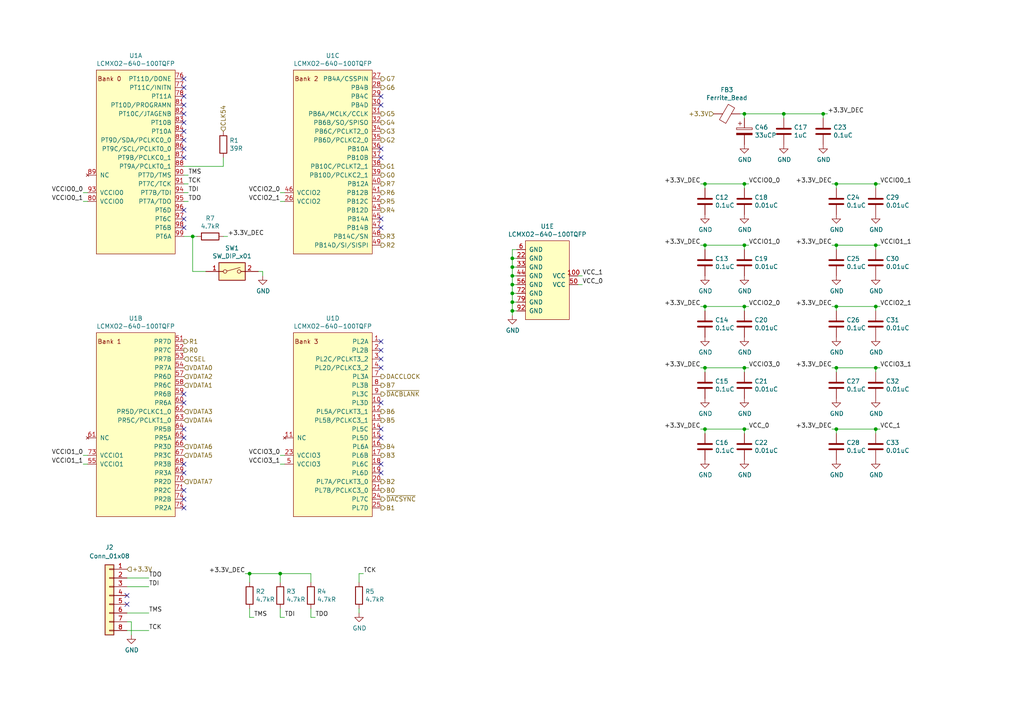
<source format=kicad_sch>
(kicad_sch (version 20231120) (generator "eeschema") (generator_version "8.0")
  (paper "A4")
  (lib_symbols
    (symbol "Connector_Generic:Conn_01x08" (pin_names (offset 1.016) hide)
      (property "Reference" "J" (at 0 10.16 0))
      (property "Value" "Conn_01x08" (at 0 -12.7 0))
      (symbol "Conn_01x08_1_1"
        (rectangle (start -1.27 -10.033) (end 0 -10.287) (stroke (width 0.1524)))
        (rectangle (start -1.27 -7.493) (end 0 -7.747) (stroke (width 0.1524)))
        (rectangle (start -1.27 -4.953) (end 0 -5.207) (stroke (width 0.1524)))
        (rectangle (start -1.27 -2.413) (end 0 -2.667) (stroke (width 0.1524)))
        (rectangle (start -1.27 0.127) (end 0 -0.127) (stroke (width 0.1524)))
        (rectangle (start -1.27 2.667) (end 0 2.413) (stroke (width 0.1524)))
        (rectangle (start -1.27 5.207) (end 0 4.953) (stroke (width 0.1524)))
        (rectangle (start -1.27 7.747) (end 0 7.493) (stroke (width 0.1524)))
        (rectangle (start -1.27 8.89) (end 1.27 -11.43) (stroke (width 0.254)) (fill (type background)))
        (pin passive line (at -5.08 7.62 0) (length 3.81) (name "Pin_1") (number "1"))
        (pin passive line (at -5.08 5.08 0) (length 3.81) (name "Pin_2") (number "2"))
        (pin passive line (at -5.08 2.54 0) (length 3.81) (name "Pin_3") (number "3"))
        (pin passive line (at -5.08 0 0) (length 3.81) (name "Pin_4") (number "4"))
        (pin passive line (at -5.08 -2.54 0) (length 3.81) (name "Pin_5") (number "5"))
        (pin passive line (at -5.08 -5.08 0) (length 3.81) (name "Pin_6") (number "6"))
        (pin passive line (at -5.08 -7.62 0) (length 3.81) (name "Pin_7") (number "7"))
        (pin passive line (at -5.08 -10.16 0) (length 3.81) (name "Pin_8") (number "8"))
      )
    )
    (symbol "Device:C" (pin_numbers hide) (pin_names (offset 0.254))
      (property "Reference" "C" (at 0.635 2.54 0))
      (property "Value" "C" (at 0.635 -2.54 0))
      (symbol "C_0_1"
        (polyline (pts (xy -2.032 -0.762) (xy 2.032 -0.762)) (stroke (width 0.508)))
        (polyline (pts (xy -2.032 0.762) (xy 2.032 0.762)) (stroke (width 0.508)))
      )
      (symbol "C_1_1"
        (pin passive line (at 0 3.81 270) (length 2.794) (name "~") (number "1"))
        (pin passive line (at 0 -3.81 90) (length 2.794) (name "~") (number "2"))
      )
    )
    (symbol "Device:R" (pin_numbers hide) (pin_names (offset 0))
      (property "Reference" "R" (at 2.032 0 90))
      (property "Value" "R" (at 0 0 90))
      (symbol "R_0_1"
        (rectangle (start -1.016 -2.54) (end 1.016 2.54) (stroke (width 0.254)))
      )
      (symbol "R_1_1"
        (pin passive line (at 0 3.81 270) (length 1.27) (name "~") (number "1"))
        (pin passive line (at 0 -3.81 90) (length 1.27) (name "~") (number "2"))
      )
    )
    (symbol "FPGA_Lattice_custom:LCMXO2-640-100TQFP" (pin_names (offset 1.016))
      (property "Reference" "U" (at 0 30.48 0))
      (property "Value" "LCMXO2-640-100TQFP" (at 0 27.94 0))
      (symbol "LCMXO2-640-100TQFP_1_0"
        (text "Bank 0" (at -7.62 24.13 0) (effects (font (size 1.27 1.27))))
        (pin bidirectional line (at 13.97 24.13 180) (length 2.54) (name "PT11D/DONE") (number "76"))
        (pin bidirectional line (at 13.97 21.59 180) (length 2.54) (name "PT11C/INITN") (number "77"))
        (pin bidirectional line (at 13.97 19.05 180) (length 2.54) (name "PT11A") (number "78"))
        (pin power_in line (at -13.97 -11.43 0) (length 2.54) (name "VCCIO0") (number "80"))
        (pin bidirectional line (at 13.97 16.51 180) (length 2.54) (name "PT10D/PROGRAMN") (number "81"))
        (pin bidirectional line (at 13.97 13.97 180) (length 2.54) (name "PT10C/JTAGENB") (number "82"))
        (pin bidirectional line (at 13.97 11.43 180) (length 2.54) (name "PT10B") (number "83"))
        (pin bidirectional line (at 13.97 8.89 180) (length 2.54) (name "PT10A") (number "84"))
        (pin bidirectional line (at 13.97 6.35 180) (length 2.54) (name "PT9D/SDA/PCLKC0_0") (number "85"))
        (pin bidirectional line (at 13.97 3.81 180) (length 2.54) (name "PT9C/SCL/PCLKT0_0") (number "86"))
        (pin bidirectional line (at 13.97 1.27 180) (length 2.54) (name "PT9B/PCLKC0_1") (number "87"))
        (pin bidirectional line (at 13.97 -1.27 180) (length 2.54) (name "PT9A/PCLKT0_1") (number "88"))
        (pin no_connect line (at -13.97 -3.81 0) (length 2.54) (name "NC") (number "89"))
        (pin bidirectional line (at 13.97 -3.81 180) (length 2.54) (name "PT7D/TMS") (number "90"))
        (pin bidirectional line (at 13.97 -6.35 180) (length 2.54) (name "PT7C/TCK") (number "91"))
        (pin power_in line (at -13.97 -8.89 0) (length 2.54) (name "VCCIO0") (number "93"))
        (pin bidirectional line (at 13.97 -8.89 180) (length 2.54) (name "PT7B/TDI") (number "94"))
        (pin bidirectional line (at 13.97 -11.43 180) (length 2.54) (name "PT7A/TDO") (number "95"))
        (pin bidirectional line (at 13.97 -13.97 180) (length 2.54) (name "PT6D") (number "96"))
        (pin bidirectional line (at 13.97 -16.51 180) (length 2.54) (name "PT6C") (number "97"))
        (pin bidirectional line (at 13.97 -19.05 180) (length 2.54) (name "PT6B") (number "98"))
        (pin bidirectional line (at 13.97 -21.59 180) (length 2.54) (name "PT6A") (number "99"))
      )
      (symbol "LCMXO2-640-100TQFP_1_1"
        (rectangle (start 11.43 -26.67) (end -11.43 26.67) (fill (type background)))
      )
      (symbol "LCMXO2-640-100TQFP_2_0"
        (text "Bank 1" (at -7.62 24.13 0) (effects (font (size 1.27 1.27))))
        (pin bidirectional line (at 13.97 24.13 180) (length 2.54) (name "PR7D") (number "51"))
        (pin bidirectional line (at 13.97 21.59 180) (length 2.54) (name "PR7C") (number "52"))
        (pin bidirectional line (at 13.97 19.05 180) (length 2.54) (name "PR7B") (number "53"))
        (pin bidirectional line (at 13.97 16.51 180) (length 2.54) (name "PR7A") (number "54"))
        (pin power_in line (at -13.97 -11.43 0) (length 2.54) (name "VCCIO1") (number "55"))
        (pin bidirectional line (at 13.97 13.97 180) (length 2.54) (name "PR6D") (number "57"))
        (pin bidirectional line (at 13.97 11.43 180) (length 2.54) (name "PR6C") (number "58"))
        (pin bidirectional line (at 13.97 8.89 180) (length 2.54) (name "PR6B") (number "59"))
        (pin bidirectional line (at 13.97 6.35 180) (length 2.54) (name "PR6A") (number "60"))
        (pin no_connect line (at -13.97 -3.81 0) (length 2.54) (name "NC") (number "61"))
        (pin bidirectional line (at 13.97 3.81 180) (length 2.54) (name "PR5D/PCLKC1_0") (number "62"))
        (pin bidirectional line (at 13.97 1.27 180) (length 2.54) (name "PR5C/PCLKT1_0") (number "63"))
        (pin bidirectional line (at 13.97 -1.27 180) (length 2.54) (name "PR5B") (number "64"))
        (pin bidirectional line (at 13.97 -3.81 180) (length 2.54) (name "PR5A") (number "65"))
        (pin bidirectional line (at 13.97 -6.35 180) (length 2.54) (name "PR3D") (number "66"))
        (pin bidirectional line (at 13.97 -8.89 180) (length 2.54) (name "PR3C") (number "67"))
        (pin bidirectional line (at 13.97 -11.43 180) (length 2.54) (name "PR3B") (number "68"))
        (pin bidirectional line (at 13.97 -13.97 180) (length 2.54) (name "PR3A") (number "69"))
        (pin bidirectional line (at 13.97 -16.51 180) (length 2.54) (name "PR2D") (number "70"))
        (pin bidirectional line (at 13.97 -19.05 180) (length 2.54) (name "PR2C") (number "71"))
        (pin power_in line (at -13.97 -8.89 0) (length 2.54) (name "VCCIO1") (number "73"))
        (pin bidirectional line (at 13.97 -21.59 180) (length 2.54) (name "PR2B") (number "74"))
        (pin bidirectional line (at 13.97 -24.13 180) (length 2.54) (name "PR2A") (number "75"))
      )
      (symbol "LCMXO2-640-100TQFP_2_1"
        (rectangle (start 11.43 -26.67) (end -11.43 26.67) (fill (type background)))
      )
      (symbol "LCMXO2-640-100TQFP_3_0"
        (text "Bank 2" (at -7.62 24.13 0) (effects (font (size 1.27 1.27))))
        (pin power_in line (at -13.97 -11.43 0) (length 2.54) (name "VCCIO2") (number "26"))
        (pin bidirectional line (at 13.97 24.13 180) (length 2.54) (name "PB4A/CSSPIN") (number "27"))
        (pin bidirectional line (at 13.97 21.59 180) (length 2.54) (name "PB4B") (number "28"))
        (pin bidirectional line (at 13.97 19.05 180) (length 2.54) (name "PB4C") (number "29"))
        (pin bidirectional line (at 13.97 16.51 180) (length 2.54) (name "PB4D") (number "30"))
        (pin bidirectional line (at 13.97 13.97 180) (length 2.54) (name "PB6A/MCLK/CCLK") (number "31"))
        (pin bidirectional line (at 13.97 11.43 180) (length 2.54) (name "PB6B/SO/SPISO") (number "32"))
        (pin bidirectional line (at 13.97 8.89 180) (length 2.54) (name "PB6C/PCLKT2_0") (number "34"))
        (pin bidirectional line (at 13.97 6.35 180) (length 2.54) (name "PB6D/PCLKC2_0") (number "35"))
        (pin bidirectional line (at 13.97 3.81 180) (length 2.54) (name "PB10A") (number "36"))
        (pin bidirectional line (at 13.97 1.27 180) (length 2.54) (name "PB10B") (number "37"))
        (pin bidirectional line (at 13.97 -1.27 180) (length 2.54) (name "PB10C/PCLKT2_1") (number "38"))
        (pin bidirectional line (at 13.97 -3.81 180) (length 2.54) (name "PB10D/PCLKC2_1") (number "39"))
        (pin bidirectional line (at 13.97 -6.35 180) (length 2.54) (name "PB12A") (number "40"))
        (pin bidirectional line (at 13.97 -8.89 180) (length 2.54) (name "PB12B") (number "41"))
        (pin bidirectional line (at 13.97 -11.43 180) (length 2.54) (name "PB12C") (number "42"))
        (pin bidirectional line (at 13.97 -13.97 180) (length 2.54) (name "PB12D") (number "43"))
        (pin bidirectional line (at 13.97 -16.51 180) (length 2.54) (name "PB14A") (number "45"))
        (pin power_in line (at -13.97 -8.89 0) (length 2.54) (name "VCCIO2") (number "46"))
        (pin bidirectional line (at 13.97 -19.05 180) (length 2.54) (name "PB14B") (number "47"))
        (pin bidirectional line (at 13.97 -21.59 180) (length 2.54) (name "PB14C/SN") (number "48"))
        (pin bidirectional line (at 13.97 -24.13 180) (length 2.54) (name "PB14D/SI/SISPI") (number "49"))
      )
      (symbol "LCMXO2-640-100TQFP_3_1"
        (rectangle (start 11.43 -26.67) (end -11.43 26.67) (fill (type background)))
      )
      (symbol "LCMXO2-640-100TQFP_4_0"
        (text "Bank 3" (at -7.62 24.13 0) (effects (font (size 1.27 1.27))))
        (pin bidirectional line (at 13.97 24.13 180) (length 2.54) (name "PL2A") (number "1"))
        (pin bidirectional line (at 13.97 6.35 180) (length 2.54) (name "PL3D") (number "10"))
        (pin no_connect line (at -13.97 -3.81 0) (length 2.54) (name "NC") (number "11"))
        (pin bidirectional line (at 13.97 3.81 180) (length 2.54) (name "PL5A/PCLKT3_1") (number "12"))
        (pin bidirectional line (at 13.97 1.27 180) (length 2.54) (name "PL5B/PCLKC3_1") (number "13"))
        (pin bidirectional line (at 13.97 -1.27 180) (length 2.54) (name "PL5C") (number "14"))
        (pin bidirectional line (at 13.97 -3.81 180) (length 2.54) (name "PL5D") (number "15"))
        (pin bidirectional line (at 13.97 -6.35 180) (length 2.54) (name "PL6A") (number "16"))
        (pin bidirectional line (at 13.97 -8.89 180) (length 2.54) (name "PL6B") (number "17"))
        (pin bidirectional line (at 13.97 -11.43 180) (length 2.54) (name "PL6C") (number "18"))
        (pin bidirectional line (at 13.97 -13.97 180) (length 2.54) (name "PL6D") (number "19"))
        (pin bidirectional line (at 13.97 21.59 180) (length 2.54) (name "PL2B") (number "2"))
        (pin bidirectional line (at 13.97 -16.51 180) (length 2.54) (name "PL7A/PCLKT3_0") (number "20"))
        (pin bidirectional line (at 13.97 -19.05 180) (length 2.54) (name "PL7B/PCLKC3_0") (number "21"))
        (pin power_in line (at -13.97 -8.89 0) (length 2.54) (name "VCCIO3") (number "23"))
        (pin bidirectional line (at 13.97 -21.59 180) (length 2.54) (name "PL7C") (number "24"))
        (pin bidirectional line (at 13.97 -24.13 180) (length 2.54) (name "PL7D") (number "25"))
        (pin bidirectional line (at 13.97 19.05 180) (length 2.54) (name "PL2C/PCLKT3_2") (number "3"))
        (pin bidirectional line (at 13.97 16.51 180) (length 2.54) (name "PL2D/PCLKC3_2") (number "4"))
        (pin power_in line (at -13.97 -11.43 0) (length 2.54) (name "VCCIO3") (number "5"))
        (pin bidirectional line (at 13.97 13.97 180) (length 2.54) (name "PL3A") (number "7"))
        (pin bidirectional line (at 13.97 11.43 180) (length 2.54) (name "PL3B") (number "8"))
        (pin bidirectional line (at 13.97 8.89 180) (length 2.54) (name "PL3C") (number "9"))
      )
      (symbol "LCMXO2-640-100TQFP_4_1"
        (rectangle (start 11.43 -26.67) (end -11.43 26.67) (fill (type background)))
      )
      (symbol "LCMXO2-640-100TQFP_5_0"
        (pin power_in line (at 8.89 16.51 180) (length 2.54) (name "VCC") (number "100"))
        (pin power_in line (at -8.89 21.59 0) (length 2.54) (name "GND") (number "22"))
        (pin power_in line (at -8.89 19.05 0) (length 2.54) (name "GND") (number "33"))
        (pin power_in line (at -8.89 16.51 0) (length 2.54) (name "GND") (number "44"))
        (pin power_in line (at 8.89 13.97 180) (length 2.54) (name "VCC") (number "50"))
        (pin power_in line (at -8.89 13.97 0) (length 2.54) (name "GND") (number "56"))
        (pin power_in line (at -8.89 24.13 0) (length 2.54) (name "GND") (number "6"))
        (pin power_in line (at -8.89 11.43 0) (length 2.54) (name "GND") (number "72"))
        (pin power_in line (at -8.89 8.89 0) (length 2.54) (name "GND") (number "79"))
        (pin power_in line (at -8.89 6.35 0) (length 2.54) (name "GND") (number "92"))
      )
      (symbol "LCMXO2-640-100TQFP_5_1"
        (rectangle (start -6.35 26.67) (end 6.35 3.81) (fill (type background)))
      )
    )
    (symbol "GC_Video_Adapter-rescue:CP-Device" (pin_numbers hide) (pin_names (offset 0.254))
      (property "Reference" "C" (at 0.635 2.54 0))
      (property "Value" "CP-Device" (at 0.635 -2.54 0))
      (symbol "CP-Device_0_1"
        (rectangle (start -2.286 0.508) (end 2.286 1.016))
        (polyline (pts (xy -1.778 2.286) (xy -0.762 2.286)))
        (polyline (pts (xy -1.27 2.794) (xy -1.27 1.778)))
        (rectangle (start 2.286 -0.508) (end -2.286 -1.016) (fill (type outline)))
      )
      (symbol "CP-Device_1_1"
        (pin passive line (at 0 3.81 270) (length 2.794) (name "~") (number "1"))
        (pin passive line (at 0 -3.81 90) (length 2.794) (name "~") (number "2"))
      )
    )
    (symbol "GC_Video_Adapter-rescue:Ferrite_Bead-Device" (pin_numbers hide) (pin_names (offset 0))
      (property "Reference" "FB" (at -3.81 0.635 90))
      (property "Value" "Ferrite_Bead-Device" (at 3.81 0 90))
      (symbol "Ferrite_Bead-Device_0_1"
        (polyline (pts (xy 0 -1.27) (xy 0 -1.2192)))
        (polyline (pts (xy 0 1.27) (xy 0 1.2954)))
        (polyline (pts (xy -2.7686 0.4064) (xy -1.7018 2.2606) (xy 2.7686 -0.3048) (xy 1.6764 -2.159) (xy -2.7686 0.4064)))
      )
      (symbol "Ferrite_Bead-Device_1_1"
        (pin passive line (at 0 3.81 270) (length 2.54) (name "~") (number "1"))
        (pin passive line (at 0 -3.81 90) (length 2.54) (name "~") (number "2"))
      )
    )
    (symbol "Switch:SW_DIP_x01" (pin_names (offset 0) hide)
      (property "Reference" "SW" (at 0 3.81 0))
      (property "Value" "SW_DIP_x01" (at 0 -3.81 0))
      (symbol "SW_DIP_x01_0_0"
        (circle (center -2.032 0) (radius 0.508))
        (polyline (pts (xy -1.524 0.127) (xy 2.3622 1.1684)))
        (circle (center 2.032 0) (radius 0.508))
      )
      (symbol "SW_DIP_x01_0_1"
        (rectangle (start -3.81 2.54) (end 3.81 -2.54) (stroke (width 0.254)) (fill (type background)))
      )
      (symbol "SW_DIP_x01_1_1"
        (pin passive line (at -7.62 0 0) (length 5.08) (name "~") (number "1"))
        (pin passive line (at 7.62 0 180) (length 5.08) (name "~") (number "2"))
      )
    )
    (symbol "power:GND" (power) (pin_names (offset 0))
      (property "Value" "GND" (at 0 -3.81 0))
      (symbol "GND_0_1"
        (polyline (pts (xy 0 0) (xy 0 -1.27) (xy 1.27 -1.27) (xy 0 -2.54) (xy -1.27 -1.27) (xy 0 -1.27)))
      )
      (symbol "GND_1_1"
        (pin power_in line (at 0 0 270) (length 0) hide (name "GND") (number "1"))
      )
    )
  )
  (junction (at 204.47 124.46))
  (junction (at 204.47 88.9))
  (junction (at 242.57 71.12))
  (junction (at 55.88 68.58))
  (junction (at 242.57 106.68))
  (junction (at 215.9 33.02))
  (junction (at 148.59 80.01))
  (junction (at 254 124.46))
  (junction (at 215.9 88.9))
  (junction (at 81.28 166.37))
  (junction (at 148.59 90.17))
  (junction (at 204.47 71.12))
  (junction (at 215.9 53.34))
  (junction (at 148.59 85.09))
  (junction (at 254 106.68))
  (junction (at 148.59 87.63))
  (junction (at 148.59 77.47))
  (junction (at 238.76 33.02))
  (junction (at 215.9 106.68))
  (junction (at 254 88.9))
  (junction (at 227.33 33.02))
  (junction (at 215.9 71.12))
  (junction (at 148.59 82.55))
  (junction (at 215.9 124.46))
  (junction (at 254 53.34))
  (junction (at 204.47 106.68))
  (junction (at 254 71.12))
  (junction (at 72.39 166.37))
  (junction (at 204.47 53.34))
  (junction (at 242.57 88.9))
  (junction (at 148.59 74.93))
  (junction (at 242.57 53.34))
  (junction (at 242.57 124.46))
  (no_connect (at 110.49 134.62))
  (no_connect (at 53.34 134.62))
  (no_connect (at 110.49 66.04))
  (no_connect (at 110.49 104.14))
  (no_connect (at 110.49 137.16))
  (no_connect (at 53.34 35.56))
  (no_connect (at 53.34 30.48))
  (no_connect (at 53.34 38.1))
  (no_connect (at 53.34 114.3))
  (no_connect (at 110.49 101.6))
  (no_connect (at 53.34 66.04))
  (no_connect (at 53.34 147.32))
  (no_connect (at 53.34 116.84))
  (no_connect (at 110.49 106.68))
  (no_connect (at 53.34 142.24))
  (no_connect (at 110.49 127))
  (no_connect (at 53.34 137.16))
  (no_connect (at 53.34 60.96))
  (no_connect (at 53.34 40.64))
  (no_connect (at 53.34 33.02))
  (no_connect (at 53.34 124.46))
  (no_connect (at 53.34 22.86))
  (no_connect (at 53.34 144.78))
  (no_connect (at 110.49 99.06))
  (no_connect (at 110.49 45.72))
  (no_connect (at 36.83 175.26))
  (no_connect (at 53.34 27.94))
  (no_connect (at 110.49 30.48))
  (no_connect (at 110.49 124.46))
  (no_connect (at 53.34 25.4))
  (no_connect (at 53.34 127))
  (no_connect (at 53.34 45.72))
  (no_connect (at 110.49 27.94))
  (no_connect (at 53.34 43.18))
  (no_connect (at 53.34 63.5))
  (no_connect (at 110.49 43.18))
  (no_connect (at 110.49 116.84))
  (no_connect (at 36.83 172.72))
  (no_connect (at 110.49 63.5))
  (wire (pts (xy 215.9 107.95) (xy 215.9 106.68)))
  (wire (pts (xy 242.57 88.9) (xy 241.3 88.9)))
  (wire (pts (xy 217.17 124.46) (xy 215.9 124.46)))
  (wire (pts (xy 242.57 88.9) (xy 242.57 90.17)))
  (wire (pts (xy 81.28 55.88) (xy 82.55 55.88)))
  (wire (pts (xy 215.9 54.61) (xy 215.9 53.34)))
  (wire (pts (xy 254 54.61) (xy 254 53.34)))
  (wire (pts (xy 53.34 68.58) (xy 55.88 68.58)))
  (wire (pts (xy 254 72.39) (xy 254 71.12)))
  (wire (pts (xy 255.27 53.34) (xy 254 53.34)))
  (wire (pts (xy 215.9 125.73) (xy 215.9 124.46)))
  (wire (pts (xy 215.9 53.34) (xy 204.47 53.34)))
  (wire (pts (xy 203.2 88.9) (xy 204.47 88.9)))
  (wire (pts (xy 71.12 166.37) (xy 72.39 166.37)))
  (wire (pts (xy 148.59 80.01) (xy 149.86 80.01)))
  (wire (pts (xy 254 53.34) (xy 242.57 53.34)))
  (wire (pts (xy 43.18 177.8) (xy 36.83 177.8)))
  (wire (pts (xy 24.13 55.88) (xy 25.4 55.88)))
  (wire (pts (xy 242.57 53.34) (xy 242.57 54.61)))
  (wire (pts (xy 149.86 74.93) (xy 148.59 74.93)))
  (wire (pts (xy 215.9 33.02) (xy 214.63 33.02)))
  (wire (pts (xy 81.28 166.37) (xy 90.17 166.37)))
  (wire (pts (xy 38.1 180.34) (xy 38.1 184.15)))
  (wire (pts (xy 168.91 80.01) (xy 167.64 80.01)))
  (wire (pts (xy 148.59 85.09) (xy 148.59 82.55)))
  (wire (pts (xy 72.39 168.91) (xy 72.39 166.37)))
  (wire (pts (xy 148.59 87.63) (xy 148.59 85.09)))
  (wire (pts (xy 81.28 176.53) (xy 81.28 179.07)))
  (wire (pts (xy 204.47 106.68) (xy 203.2 106.68)))
  (wire (pts (xy 55.88 68.58) (xy 57.15 68.58)))
  (wire (pts (xy 81.28 179.07) (xy 82.55 179.07)))
  (wire (pts (xy 148.59 87.63) (xy 149.86 87.63)))
  (wire (pts (xy 241.3 53.34) (xy 242.57 53.34)))
  (wire (pts (xy 76.2 78.74) (xy 76.2 80.01)))
  (wire (pts (xy 72.39 176.53) (xy 72.39 179.07)))
  (wire (pts (xy 104.14 166.37) (xy 105.41 166.37)))
  (wire (pts (xy 217.17 53.34) (xy 215.9 53.34)))
  (wire (pts (xy 25.4 134.62) (xy 24.13 134.62)))
  (wire (pts (xy 242.57 106.68) (xy 242.57 107.95)))
  (wire (pts (xy 148.59 80.01) (xy 148.59 77.47)))
  (wire (pts (xy 254 125.73) (xy 254 124.46)))
  (wire (pts (xy 254 90.17) (xy 254 88.9)))
  (wire (pts (xy 254 124.46) (xy 242.57 124.46)))
  (wire (pts (xy 215.9 106.68) (xy 204.47 106.68)))
  (wire (pts (xy 24.13 132.08) (xy 25.4 132.08)))
  (wire (pts (xy 255.27 71.12) (xy 254 71.12)))
  (wire (pts (xy 204.47 106.68) (xy 204.47 107.95)))
  (wire (pts (xy 43.18 167.64) (xy 36.83 167.64)))
  (wire (pts (xy 215.9 33.02) (xy 215.9 34.29)))
  (wire (pts (xy 53.34 48.26) (xy 64.77 48.26)))
  (wire (pts (xy 227.33 33.02) (xy 215.9 33.02)))
  (wire (pts (xy 148.59 90.17) (xy 148.59 87.63)))
  (wire (pts (xy 254 107.95) (xy 254 106.68)))
  (wire (pts (xy 149.86 77.47) (xy 148.59 77.47)))
  (wire (pts (xy 36.83 170.18) (xy 43.18 170.18)))
  (wire (pts (xy 55.88 78.74) (xy 55.88 68.58)))
  (wire (pts (xy 149.86 90.17) (xy 148.59 90.17)))
  (wire (pts (xy 227.33 33.02) (xy 227.33 34.29)))
  (wire (pts (xy 204.47 71.12) (xy 203.2 71.12)))
  (wire (pts (xy 241.3 106.68) (xy 242.57 106.68)))
  (wire (pts (xy 64.77 48.26) (xy 64.77 45.72)))
  (wire (pts (xy 254 124.46) (xy 255.27 124.46)))
  (wire (pts (xy 54.61 55.88) (xy 53.34 55.88)))
  (wire (pts (xy 82.55 132.08) (xy 81.28 132.08)))
  (wire (pts (xy 104.14 177.8) (xy 104.14 176.53)))
  (wire (pts (xy 149.86 82.55) (xy 148.59 82.55)))
  (wire (pts (xy 215.9 71.12) (xy 217.17 71.12)))
  (wire (pts (xy 82.55 58.42) (xy 81.28 58.42)))
  (wire (pts (xy 204.47 124.46) (xy 204.47 125.73)))
  (wire (pts (xy 238.76 34.29) (xy 238.76 33.02)))
  (wire (pts (xy 215.9 72.39) (xy 215.9 71.12)))
  (wire (pts (xy 254 106.68) (xy 255.27 106.68)))
  (wire (pts (xy 215.9 124.46) (xy 204.47 124.46)))
  (wire (pts (xy 59.69 78.74) (xy 55.88 78.74)))
  (wire (pts (xy 217.17 106.68) (xy 215.9 106.68)))
  (wire (pts (xy 215.9 90.17) (xy 215.9 88.9)))
  (wire (pts (xy 204.47 71.12) (xy 204.47 72.39)))
  (wire (pts (xy 81.28 134.62) (xy 82.55 134.62)))
  (wire (pts (xy 203.2 53.34) (xy 204.47 53.34)))
  (wire (pts (xy 54.61 50.8) (xy 53.34 50.8)))
  (wire (pts (xy 215.9 88.9) (xy 204.47 88.9)))
  (wire (pts (xy 148.59 91.44) (xy 148.59 90.17)))
  (wire (pts (xy 66.04 68.58) (xy 64.77 68.58)))
  (wire (pts (xy 53.34 53.34) (xy 54.61 53.34)))
  (wire (pts (xy 254 88.9) (xy 242.57 88.9)))
  (wire (pts (xy 242.57 71.12) (xy 242.57 72.39)))
  (wire (pts (xy 215.9 71.12) (xy 204.47 71.12)))
  (wire (pts (xy 240.03 33.02) (xy 238.76 33.02)))
  (wire (pts (xy 204.47 124.46) (xy 203.2 124.46)))
  (wire (pts (xy 90.17 166.37) (xy 90.17 168.91)))
  (wire (pts (xy 104.14 168.91) (xy 104.14 166.37)))
  (wire (pts (xy 74.93 78.74) (xy 76.2 78.74)))
  (wire (pts (xy 254 71.12) (xy 242.57 71.12)))
  (wire (pts (xy 90.17 179.07) (xy 91.44 179.07)))
  (wire (pts (xy 36.83 182.88) (xy 43.18 182.88)))
  (wire (pts (xy 242.57 124.46) (xy 242.57 125.73)))
  (wire (pts (xy 241.3 124.46) (xy 242.57 124.46)))
  (wire (pts (xy 149.86 85.09) (xy 148.59 85.09)))
  (wire (pts (xy 242.57 71.12) (xy 241.3 71.12)))
  (wire (pts (xy 217.17 88.9) (xy 215.9 88.9)))
  (wire (pts (xy 254 106.68) (xy 242.57 106.68)))
  (wire (pts (xy 167.64 82.55) (xy 168.91 82.55)))
  (wire (pts (xy 72.39 179.07) (xy 73.66 179.07)))
  (wire (pts (xy 53.34 58.42) (xy 54.61 58.42)))
  (wire (pts (xy 204.47 88.9) (xy 204.47 90.17)))
  (wire (pts (xy 38.1 180.34) (xy 36.83 180.34)))
  (wire (pts (xy 148.59 82.55) (xy 148.59 80.01)))
  (wire (pts (xy 204.47 53.34) (xy 204.47 54.61)))
  (wire (pts (xy 148.59 74.93) (xy 148.59 72.39)))
  (wire (pts (xy 254 88.9) (xy 255.27 88.9)))
  (wire (pts (xy 72.39 166.37) (xy 81.28 166.37)))
  (wire (pts (xy 238.76 33.02) (xy 227.33 33.02)))
  (wire (pts (xy 148.59 77.47) (xy 148.59 74.93)))
  (wire (pts (xy 81.28 168.91) (xy 81.28 166.37)))
  (wire (pts (xy 25.4 58.42) (xy 24.13 58.42)))
  (wire (pts (xy 90.17 176.53) (xy 90.17 179.07)))
  (wire (pts (xy 148.59 72.39) (xy 149.86 72.39)))
  (label "TDI" (at 43.18 170.18 0))
  (label "VCCIO1_0" (at 24.13 132.08 180))
  (label "VCCIO1_1" (at 255.27 71.12 0))
  (label "+3.3V_DEC" (at 71.12 166.37 180))
  (label "TCK" (at 43.18 182.88 0))
  (label "+3.3V_DEC" (at 203.2 106.68 180))
  (label "VCCIO3_1" (at 255.27 106.68 0))
  (label "TCK" (at 105.41 166.37 0))
  (label "VCCIO0_0" (at 24.13 55.88 180))
  (label "VCC_0" (at 168.91 82.55 0))
  (label "TMS" (at 54.61 50.8 0))
  (label "VCC_0" (at 217.17 124.46 0))
  (label "VCCIO0_1" (at 255.27 53.34 0))
  (label "+3.3V_DEC" (at 241.3 124.46 180))
  (label "TMS" (at 43.18 177.8 0))
  (label "+3.3V_DEC" (at 241.3 53.34 180))
  (label "+3.3V_DEC" (at 66.04 68.58 0))
  (label "+3.3V_DEC" (at 241.3 106.68 180))
  (label "VCCIO3_0" (at 81.28 132.08 180))
  (label "VCC_1" (at 168.91 80.01 0))
  (label "VCCIO1_1" (at 24.13 134.62 180))
  (label "+3.3V_DEC" (at 241.3 71.12 180))
  (label "TMS" (at 73.66 179.07 0))
  (label "VCCIO0_1" (at 24.13 58.42 180))
  (label "+3.3V_DEC" (at 203.2 88.9 180))
  (label "VCCIO2_0" (at 81.28 55.88 180))
  (label "+3.3V_DEC" (at 240.03 33.02 0))
  (label "TDI" (at 82.55 179.07 0))
  (label "VCCIO0_0" (at 217.17 53.34 0))
  (label "VCCIO3_1" (at 81.28 134.62 180))
  (label "VCC_1" (at 255.27 124.46 0))
  (label "VCCIO2_0" (at 217.17 88.9 0))
  (label "TCK" (at 54.61 53.34 0))
  (label "+3.3V_DEC" (at 203.2 53.34 180))
  (label "VCCIO2_1" (at 255.27 88.9 0))
  (label "TDO" (at 54.61 58.42 0))
  (label "+3.3V_DEC" (at 203.2 71.12 180))
  (label "TDO" (at 43.18 167.64 0))
  (label "VCCIO2_1" (at 81.28 58.42 180))
  (label "VCCIO1_0" (at 217.17 71.12 0))
  (label "VCCIO3_0" (at 217.17 106.68 0))
  (label "+3.3V_DEC" (at 241.3 88.9 180))
  (label "TDO" (at 91.44 179.07 0))
  (label "+3.3V_DEC" (at 203.2 124.46 180))
  (label "TDI" (at 54.61 55.88 0))
  (hierarchical_label "B5" (shape output) (at 110.49 121.92 0))
  (hierarchical_label "G5" (shape output) (at 110.49 33.02 0))
  (hierarchical_label "G3" (shape output) (at 110.49 38.1 0))
  (hierarchical_label "G2" (shape output) (at 110.49 40.64 0))
  (hierarchical_label "B2" (shape output) (at 110.49 139.7 0))
  (hierarchical_label "VDATA1" (shape input) (at 53.34 111.76 0))
  (hierarchical_label "R7" (shape output) (at 110.49 53.34 0))
  (hierarchical_label "G6" (shape output) (at 110.49 25.4 0))
  (hierarchical_label "B7" (shape output) (at 110.49 111.76 0))
  (hierarchical_label "VDATA3" (shape input) (at 53.34 119.38 0))
  (hierarchical_label "R6" (shape output) (at 110.49 55.88 0))
  (hierarchical_label "G1" (shape output) (at 110.49 48.26 0))
  (hierarchical_label "VDATA2" (shape input) (at 53.34 109.22 0))
  (hierarchical_label "DACCLOCK" (shape output) (at 110.49 109.22 0))
  (hierarchical_label "VDATA7" (shape input) (at 53.34 139.7 0))
  (hierarchical_label "R3" (shape output) (at 110.49 68.58 0))
  (hierarchical_label "G0" (shape output) (at 110.49 50.8 0))
  (hierarchical_label "G4" (shape output) (at 110.49 35.56 0))
  (hierarchical_label "VDATA6" (shape input) (at 53.34 129.54 0))
  (hierarchical_label "~{DACSYNC}" (shape output) (at 110.49 144.78 0))
  (hierarchical_label "~{DACBLANK}" (shape output) (at 110.49 114.3 0))
  (hierarchical_label "VDATA4" (shape input) (at 53.34 121.92 0))
  (hierarchical_label "B6" (shape output) (at 110.49 119.38 0))
  (hierarchical_label "CLK54" (shape input) (at 64.77 38.1 90))
  (hierarchical_label "+3.3V" (shape input) (at 207.01 33.02 180))
  (hierarchical_label "+3.3V" (shape input) (at 36.83 165.1 0))
  (hierarchical_label "R4" (shape output) (at 110.49 60.96 0))
  (hierarchical_label "B4" (shape output) (at 110.49 129.54 0))
  (hierarchical_label "R1" (shape output) (at 53.34 99.06 0))
  (hierarchical_label "VDATA0" (shape input) (at 53.34 106.68 0))
  (hierarchical_label "R0" (shape output) (at 53.34 101.6 0))
  (hierarchical_label "R2" (shape output) (at 110.49 71.12 0))
  (hierarchical_label "G7" (shape output) (at 110.49 22.86 0))
  (hierarchical_label "B1" (shape output) (at 110.49 147.32 0))
  (hierarchical_label "R5" (shape output) (at 110.49 58.42 0))
  (hierarchical_label "B3" (shape output) (at 110.49 132.08 0))
  (hierarchical_label "CSEL" (shape input) (at 53.34 104.14 0))
  (hierarchical_label "VDATA5" (shape input) (at 53.34 132.08 0))
  (hierarchical_label "B0" (shape output) (at 110.49 142.24 0))
  (symbol (lib_id "power:GND") (at 38.1 184.15 0) (unit 1)
    (property "Reference" "#PWR0101" (effects (hide yes)))
    (property "Value" "GND" (at 38.227 188.5442 0))
  )
  (symbol (lib_id "GC_Video_Adapter-rescue:CP-Device") (at 215.9 38.1 0) (unit 1)
    (property "Reference" "C46" (at 218.8972 36.9316 0) (effects (justify left)))
    (property "Value" "33uCP" (at 218.8972 39.243 0) (effects (justify left)))
    (property "Footprint" "Capacitor_Tantalum_SMD:CP_EIA-3528-21_Kemet-B_Pad1.50x2.35mm_HandSolder" (effects (hide yes)))
    (property "Datasheet" "http://datasheets.avx.com/TAJ.pdf" (effects (hide yes)))
    (property "Manufacturer Part Number" "TAJB336K006RNJ" (effects (hide yes)))
  )
  (symbol (lib_id "Device:R") (at 72.39 172.72 0) (unit 1)
    (property "Reference" "R2" (at 74.168 171.5516 0) (effects (justify left)))
    (property "Value" "4.7kR" (at 74.168 173.863 0) (effects (justify left)))
    (property "Footprint" "Resistor_SMD:R_0805_2012Metric_Pad1.20x1.40mm_HandSolder" (effects (hide yes)))
    (property "Manufacturer Part Number" "RC0805FR-074K7L" (effects (hide yes)))
  )
  (symbol (lib_id "Device:R") (at 81.28 172.72 0) (unit 1)
    (property "Reference" "R3" (at 83.058 171.5516 0) (effects (justify left)))
    (property "Value" "4.7kR" (at 83.058 173.863 0) (effects (justify left)))
    (property "Footprint" "Resistor_SMD:R_0805_2012Metric_Pad1.20x1.40mm_HandSolder" (effects (hide yes)))
    (property "Manufacturer Part Number" "RC0805FR-074K7L" (effects (hide yes)))
  )
  (symbol (lib_id "Device:R") (at 90.17 172.72 0) (unit 1)
    (property "Reference" "R4" (at 91.948 171.5516 0) (effects (justify left)))
    (property "Value" "4.7kR" (at 91.948 173.863 0) (effects (justify left)))
    (property "Footprint" "Resistor_SMD:R_0805_2012Metric_Pad1.20x1.40mm_HandSolder" (effects (hide yes)))
    (property "Manufacturer Part Number" "RC0805FR-074K7L" (effects (hide yes)))
  )
  (symbol (lib_id "Device:R") (at 104.14 172.72 0) (unit 1)
    (property "Reference" "R5" (at 105.918 171.5516 0) (effects (justify left)))
    (property "Value" "4.7kR" (at 105.918 173.863 0) (effects (justify left)))
    (property "Footprint" "Resistor_SMD:R_0805_2012Metric_Pad1.20x1.40mm_HandSolder" (effects (hide yes)))
    (property "Manufacturer Part Number" "RC0805FR-074K7L" (effects (hide yes)))
  )
  (symbol (lib_id "power:GND") (at 104.14 177.8 0) (unit 1)
    (property "Reference" "#PWR03" (effects (hide yes)))
    (property "Value" "GND" (at 104.267 182.1942 0))
  )
  (symbol (lib_id "power:GND") (at 76.2 80.01 0) (unit 1)
    (property "Reference" "#PWR04" (effects (hide yes)))
    (property "Value" "GND" (at 76.327 84.4042 0))
  )
  (symbol (lib_id "Device:R") (at 60.96 68.58 270) (unit 1)
    (property "Reference" "R7" (at 60.96 63.3222 90))
    (property "Value" "4.7kR" (at 60.96 65.6336 90))
    (property "Footprint" "Resistor_SMD:R_0805_2012Metric_Pad1.20x1.40mm_HandSolder" (effects (hide yes)))
    (property "Manufacturer Part Number" "RC0805FR-074K7L" (effects (hide yes)))
  )
  (symbol (lib_id "Switch:SW_DIP_x01") (at 67.31 78.74 0) (unit 1)
    (property "Reference" "SW1" (at 67.31 71.9582 0))
    (property "Value" "SW_DIP_x01" (at 67.31 74.2696 0))
    (property "Footprint" "Button_Switch_THT:SW_DIP_SPSTx01_Slide_6.7x4.1mm_W7.62mm_P2.54mm_LowProfile" (effects (hide yes)))
    (property "Datasheet" "https://www.cuidevices.com/product/resource/ds04-254.pdf" (effects (hide yes)))
    (property "Manufacturer Part Number" "DS04-254-2L-01BK" (effects (hide yes)))
  )
  (symbol (lib_id "FPGA_Lattice_custom:LCMXO2-640-100TQFP") (at 39.37 46.99 0) (unit 1)
    (property "Reference" "U1" (at 39.37 16.129 0))
    (property "Value" "LCMXO2-640-100TQFP" (at 39.37 18.4404 0))
    (property "Footprint" "Package_QFP:TQFP-100_14x14mm_P0.5mm" (effects (hide yes)))
    (property "Manufacturer Part Number" "LCMXO2-640HC-4TG100I" (effects (hide yes)))
  )
  (symbol (lib_id "FPGA_Lattice_custom:LCMXO2-640-100TQFP") (at 39.37 123.19 0) (unit 2)
    (property "Reference" "U1" (at 39.37 92.329 0))
    (property "Value" "LCMXO2-640-100TQFP" (at 39.37 94.6404 0))
    (property "Footprint" "Package_QFP:TQFP-100_14x14mm_P0.5mm" (effects (hide yes)))
    (property "Manufacturer Part Number" "LCMXO2-640HC-4TG100I" (effects (hide yes)))
  )
  (symbol (lib_id "FPGA_Lattice_custom:LCMXO2-640-100TQFP") (at 96.52 46.99 0) (unit 3)
    (property "Reference" "U1" (at 96.52 16.129 0))
    (property "Value" "LCMXO2-640-100TQFP" (at 96.52 18.4404 0))
    (property "Footprint" "Package_QFP:TQFP-100_14x14mm_P0.5mm" (effects (hide yes)))
    (property "Manufacturer Part Number" "LCMXO2-640HC-4TG100I" (effects (hide yes)))
  )
  (symbol (lib_id "FPGA_Lattice_custom:LCMXO2-640-100TQFP") (at 96.52 123.19 0) (unit 4)
    (property "Reference" "U1" (at 96.52 92.329 0))
    (property "Value" "LCMXO2-640-100TQFP" (at 96.52 94.6404 0))
    (property "Footprint" "Package_QFP:TQFP-100_14x14mm_P0.5mm" (effects (hide yes)))
    (property "Manufacturer Part Number" "LCMXO2-640HC-4TG100I" (effects (hide yes)))
  )
  (symbol (lib_id "FPGA_Lattice_custom:LCMXO2-640-100TQFP") (at 158.75 96.52 0) (unit 5)
    (property "Reference" "U1" (at 158.75 65.659 0))
    (property "Value" "LCMXO2-640-100TQFP" (at 158.75 67.9704 0))
    (property "Footprint" "Package_QFP:TQFP-100_14x14mm_P0.5mm" (effects (hide yes)))
    (property "Manufacturer Part Number" "LCMXO2-640HC-4TG100I" (effects (hide yes)))
  )
  (symbol (lib_id "Device:R") (at 64.77 41.91 0) (unit 1)
    (property "Reference" "R1" (at 66.548 40.7416 0) (effects (justify left)))
    (property "Value" "39R" (at 66.548 43.053 0) (effects (justify left)))
    (property "Footprint" "Resistor_SMD:R_0805_2012Metric_Pad1.20x1.40mm_HandSolder" (effects (hide yes)))
    (property "Manufacturer Part Number" "RC0805FR-0739RL" (effects (hide yes)))
  )
  (symbol (lib_id "Connector_Generic:Conn_01x08") (at 31.75 172.72 0) (mirror y) (unit 1)
    (property "Reference" "J2" (at 31.75 158.75 0))
    (property "Value" "Conn_01x08" (at 31.75 161.29 0))
    (property "Footprint" "Connector_PinHeader_2.54mm:PinHeader_1x08_P2.54mm_Vertical" (effects (hide yes)))
    (property "Datasheet" "https://www.molex.com/pdm_docs/sd/022284081_sd.pdf" (effects (hide yes)))
    (property "Manufacturer Part Number" "0022284081" (effects (hide yes)))
  )
  (symbol (lib_id "Device:C") (at 227.33 38.1 0) (unit 1)
    (property "Reference" "C17" (at 230.251 36.9316 0) (effects (justify left)))
    (property "Value" "1uC" (at 230.251 39.243 0) (effects (justify left)))
    (property "Footprint" "Capacitor_SMD:C_0805_2012Metric_Pad1.18x1.45mm_HandSolder" (effects (hide yes)))
    (property "Manufacturer Part Number" "CC0805MKX7R7BB105" (effects (hide yes)))
  )
  (symbol (lib_id "Device:C") (at 238.76 38.1 0) (unit 1)
    (property "Reference" "C23" (at 241.681 36.9316 0) (effects (justify left)))
    (property "Value" "0.1uC" (at 241.681 39.243 0) (effects (justify left)))
    (property "Footprint" "Capacitor_SMD:C_0805_2012Metric_Pad1.18x1.45mm_HandSolder" (effects (hide yes)))
    (property "Manufacturer Part Number" "AC0805KRX7R7BB104" (effects (hide yes)))
  )
  (symbol (lib_id "power:GND") (at 227.33 41.91 0) (unit 1)
    (property "Reference" "#PWR026" (effects (hide yes)))
    (property "Value" "GND" (at 227.457 46.3042 0))
  )
  (symbol (lib_id "power:GND") (at 238.76 41.91 0) (unit 1)
    (property "Reference" "#PWR032" (effects (hide yes)))
    (property "Value" "GND" (at 238.887 46.3042 0))
  )
  (symbol (lib_id "power:GND") (at 215.9 41.91 0) (unit 1)
    (property "Reference" "#PWR020" (effects (hide yes)))
    (property "Value" "GND" (at 216.027 46.3042 0))
  )
  (symbol (lib_id "GC_Video_Adapter-rescue:Ferrite_Bead-Device") (at 210.82 33.02 270) (unit 1)
    (property "Reference" "FB3" (at 210.82 26.0604 90))
    (property "Value" "Ferrite_Bead" (at 210.82 28.3718 90))
    (property "Footprint" "Inductor_SMD:L_0805_2012Metric_Pad1.15x1.40mm_HandSolder" (effects (hide yes)))
    (property "Manufacturer Part Number" "BLM21SP471SH1D" (effects (hide yes)))
  )
  (symbol (lib_id "Device:C") (at 204.47 58.42 0) (unit 1)
    (property "Reference" "C12" (at 207.391 57.2516 0) (effects (justify left)))
    (property "Value" "0.1uC" (at 207.391 59.563 0) (effects (justify left)))
    (property "Footprint" "Capacitor_SMD:C_0805_2012Metric_Pad1.18x1.45mm_HandSolder" (effects (hide yes)))
    (property "Manufacturer Part Number" "AC0805KRX7R7BB104" (effects (hide yes)))
  )
  (symbol (lib_id "Device:C") (at 215.9 58.42 0) (unit 1)
    (property "Reference" "C18" (at 218.821 57.2516 0) (effects (justify left)))
    (property "Value" "0.01uC" (at 218.821 59.563 0) (effects (justify left)))
    (property "Footprint" "Capacitor_SMD:C_0805_2012Metric_Pad1.18x1.45mm_HandSolder" (effects (hide yes)))
    (property "Manufacturer Part Number" "CC0805KRX7R9BB103" (effects (hide yes)))
  )
  (symbol (lib_id "power:GND") (at 204.47 62.23 0) (unit 1)
    (property "Reference" "#PWR021" (effects (hide yes)))
    (property "Value" "GND" (at 204.597 66.6242 0))
  )
  (symbol (lib_id "power:GND") (at 215.9 62.23 0) (unit 1)
    (property "Reference" "#PWR027" (effects (hide yes)))
    (property "Value" "GND" (at 216.027 66.6242 0))
  )
  (symbol (lib_id "Device:C") (at 204.47 76.2 0) (unit 1)
    (property "Reference" "C13" (at 207.391 75.0316 0) (effects (justify left)))
    (property "Value" "0.1uC" (at 207.391 77.343 0) (effects (justify left)))
    (property "Footprint" "Capacitor_SMD:C_0805_2012Metric_Pad1.18x1.45mm_HandSolder" (effects (hide yes)))
    (property "Manufacturer Part Number" "AC0805KRX7R7BB104" (effects (hide yes)))
  )
  (symbol (lib_id "Device:C") (at 215.9 76.2 0) (unit 1)
    (property "Reference" "C19" (at 218.821 75.0316 0) (effects (justify left)))
    (property "Value" "0.01uC" (at 218.821 77.343 0) (effects (justify left)))
    (property "Footprint" "Capacitor_SMD:C_0805_2012Metric_Pad1.18x1.45mm_HandSolder" (effects (hide yes)))
    (property "Manufacturer Part Number" "CC0805KRX7R9BB103" (effects (hide yes)))
  )
  (symbol (lib_id "power:GND") (at 204.47 80.01 0) (unit 1)
    (property "Reference" "#PWR022" (effects (hide yes)))
    (property "Value" "GND" (at 204.597 84.4042 0))
  )
  (symbol (lib_id "power:GND") (at 215.9 80.01 0) (unit 1)
    (property "Reference" "#PWR028" (effects (hide yes)))
    (property "Value" "GND" (at 216.027 84.4042 0))
  )
  (symbol (lib_id "Device:C") (at 204.47 93.98 0) (unit 1)
    (property "Reference" "C14" (at 207.391 92.8116 0) (effects (justify left)))
    (property "Value" "0.1uC" (at 207.391 95.123 0) (effects (justify left)))
    (property "Footprint" "Capacitor_SMD:C_0805_2012Metric_Pad1.18x1.45mm_HandSolder" (effects (hide yes)))
    (property "Manufacturer Part Number" "AC0805KRX7R7BB104" (effects (hide yes)))
  )
  (symbol (lib_id "Device:C") (at 215.9 93.98 0) (unit 1)
    (property "Reference" "C20" (at 218.821 92.8116 0) (effects (justify left)))
    (property "Value" "0.01uC" (at 218.821 95.123 0) (effects (justify left)))
    (property "Footprint" "Capacitor_SMD:C_0805_2012Metric_Pad1.18x1.45mm_HandSolder" (effects (hide yes)))
    (property "Manufacturer Part Number" "CC0805KRX7R9BB103" (effects (hide yes)))
  )
  (symbol (lib_id "power:GND") (at 204.47 97.79 0) (unit 1)
    (property "Reference" "#PWR023" (effects (hide yes)))
    (property "Value" "GND" (at 204.597 102.1842 0))
  )
  (symbol (lib_id "power:GND") (at 215.9 97.79 0) (unit 1)
    (property "Reference" "#PWR029" (effects (hide yes)))
    (property "Value" "GND" (at 216.027 102.1842 0))
  )
  (symbol (lib_id "Device:C") (at 204.47 111.76 0) (unit 1)
    (property "Reference" "C15" (at 207.391 110.5916 0) (effects (justify left)))
    (property "Value" "0.1uC" (at 207.391 112.903 0) (effects (justify left)))
    (property "Footprint" "Capacitor_SMD:C_0805_2012Metric_Pad1.18x1.45mm_HandSolder" (effects (hide yes)))
    (property "Manufacturer Part Number" "AC0805KRX7R7BB104" (effects (hide yes)))
  )
  (symbol (lib_id "Device:C") (at 215.9 111.76 0) (unit 1)
    (property "Reference" "C21" (at 218.821 110.5916 0) (effects (justify left)))
    (property "Value" "0.01uC" (at 218.821 112.903 0) (effects (justify left)))
    (property "Footprint" "Capacitor_SMD:C_0805_2012Metric_Pad1.18x1.45mm_HandSolder" (effects (hide yes)))
    (property "Manufacturer Part Number" "CC0805KRX7R9BB103" (effects (hide yes)))
  )
  (symbol (lib_id "power:GND") (at 204.47 115.57 0) (unit 1)
    (property "Reference" "#PWR024" (effects (hide yes)))
    (property "Value" "GND" (at 204.597 119.9642 0))
  )
  (symbol (lib_id "power:GND") (at 215.9 115.57 0) (unit 1)
    (property "Reference" "#PWR030" (effects (hide yes)))
    (property "Value" "GND" (at 216.027 119.9642 0))
  )
  (symbol (lib_id "Device:C") (at 242.57 58.42 0) (unit 1)
    (property "Reference" "C24" (at 245.491 57.2516 0) (effects (justify left)))
    (property "Value" "0.1uC" (at 245.491 59.563 0) (effects (justify left)))
    (property "Footprint" "Capacitor_SMD:C_0805_2012Metric_Pad1.18x1.45mm_HandSolder" (effects (hide yes)))
    (property "Manufacturer Part Number" "AC0805KRX7R7BB104" (effects (hide yes)))
  )
  (symbol (lib_id "Device:C") (at 254 58.42 0) (unit 1)
    (property "Reference" "C29" (at 256.921 57.2516 0) (effects (justify left)))
    (property "Value" "0.01uC" (at 256.921 59.563 0) (effects (justify left)))
    (property "Footprint" "Capacitor_SMD:C_0805_2012Metric_Pad1.18x1.45mm_HandSolder" (effects (hide yes)))
    (property "Manufacturer Part Number" "CC0805KRX7R9BB103" (effects (hide yes)))
  )
  (symbol (lib_id "power:GND") (at 242.57 62.23 0) (unit 1)
    (property "Reference" "#PWR033" (effects (hide yes)))
    (property "Value" "GND" (at 242.697 66.6242 0))
  )
  (symbol (lib_id "power:GND") (at 254 62.23 0) (unit 1)
    (property "Reference" "#PWR038" (effects (hide yes)))
    (property "Value" "GND" (at 254.127 66.6242 0))
  )
  (symbol (lib_id "Device:C") (at 242.57 76.2 0) (unit 1)
    (property "Reference" "C25" (at 245.491 75.0316 0) (effects (justify left)))
    (property "Value" "0.1uC" (at 245.491 77.343 0) (effects (justify left)))
    (property "Footprint" "Capacitor_SMD:C_0805_2012Metric_Pad1.18x1.45mm_HandSolder" (effects (hide yes)))
    (property "Manufacturer Part Number" "AC0805KRX7R7BB104" (effects (hide yes)))
  )
  (symbol (lib_id "Device:C") (at 254 76.2 0) (unit 1)
    (property "Reference" "C30" (at 256.921 75.0316 0) (effects (justify left)))
    (property "Value" "0.01uC" (at 256.921 77.343 0) (effects (justify left)))
    (property "Footprint" "Capacitor_SMD:C_0805_2012Metric_Pad1.18x1.45mm_HandSolder" (effects (hide yes)))
    (property "Manufacturer Part Number" "CC0805KRX7R9BB103" (effects (hide yes)))
  )
  (symbol (lib_id "power:GND") (at 242.57 80.01 0) (unit 1)
    (property "Reference" "#PWR034" (effects (hide yes)))
    (property "Value" "GND" (at 242.697 84.4042 0))
  )
  (symbol (lib_id "power:GND") (at 254 80.01 0) (unit 1)
    (property "Reference" "#PWR039" (effects (hide yes)))
    (property "Value" "GND" (at 254.127 84.4042 0))
  )
  (symbol (lib_id "Device:C") (at 242.57 93.98 0) (unit 1)
    (property "Reference" "C26" (at 245.491 92.8116 0) (effects (justify left)))
    (property "Value" "0.1uC" (at 245.491 95.123 0) (effects (justify left)))
    (property "Footprint" "Capacitor_SMD:C_0805_2012Metric_Pad1.18x1.45mm_HandSolder" (effects (hide yes)))
    (property "Manufacturer Part Number" "AC0805KRX7R7BB104" (effects (hide yes)))
  )
  (symbol (lib_id "Device:C") (at 254 93.98 0) (unit 1)
    (property "Reference" "C31" (at 256.921 92.8116 0) (effects (justify left)))
    (property "Value" "0.01uC" (at 256.921 95.123 0) (effects (justify left)))
    (property "Footprint" "Capacitor_SMD:C_0805_2012Metric_Pad1.18x1.45mm_HandSolder" (effects (hide yes)))
    (property "Manufacturer Part Number" "CC0805KRX7R9BB103" (effects (hide yes)))
  )
  (symbol (lib_id "power:GND") (at 242.57 97.79 0) (unit 1)
    (property "Reference" "#PWR035" (effects (hide yes)))
    (property "Value" "GND" (at 242.697 102.1842 0))
  )
  (symbol (lib_id "power:GND") (at 254 97.79 0) (unit 1)
    (property "Reference" "#PWR040" (effects (hide yes)))
    (property "Value" "GND" (at 254.127 102.1842 0))
  )
  (symbol (lib_id "Device:C") (at 242.57 111.76 0) (unit 1)
    (property "Reference" "C27" (at 245.491 110.5916 0) (effects (justify left)))
    (property "Value" "0.1uC" (at 245.491 112.903 0) (effects (justify left)))
    (property "Footprint" "Capacitor_SMD:C_0805_2012Metric_Pad1.18x1.45mm_HandSolder" (effects (hide yes)))
    (property "Manufacturer Part Number" "AC0805KRX7R7BB104" (effects (hide yes)))
  )
  (symbol (lib_id "Device:C") (at 254 111.76 0) (unit 1)
    (property "Reference" "C32" (at 256.921 110.5916 0) (effects (justify left)))
    (property "Value" "0.01uC" (at 256.921 112.903 0) (effects (justify left)))
    (property "Footprint" "Capacitor_SMD:C_0805_2012Metric_Pad1.18x1.45mm_HandSolder" (effects (hide yes)))
    (property "Manufacturer Part Number" "CC0805KRX7R9BB103" (effects (hide yes)))
  )
  (symbol (lib_id "power:GND") (at 242.57 115.57 0) (unit 1)
    (property "Reference" "#PWR036" (effects (hide yes)))
    (property "Value" "GND" (at 242.697 119.9642 0))
  )
  (symbol (lib_id "power:GND") (at 254 115.57 0) (unit 1)
    (property "Reference" "#PWR041" (effects (hide yes)))
    (property "Value" "GND" (at 254.127 119.9642 0))
  )
  (symbol (lib_id "Device:C") (at 204.47 129.54 0) (unit 1)
    (property "Reference" "C16" (at 207.391 128.3716 0) (effects (justify left)))
    (property "Value" "0.1uC" (at 207.391 130.683 0) (effects (justify left)))
    (property "Footprint" "Capacitor_SMD:C_0805_2012Metric_Pad1.18x1.45mm_HandSolder" (effects (hide yes)))
    (property "Manufacturer Part Number" "AC0805KRX7R7BB104" (effects (hide yes)))
  )
  (symbol (lib_id "Device:C") (at 215.9 129.54 0) (unit 1)
    (property "Reference" "C22" (at 218.821 128.3716 0) (effects (justify left)))
    (property "Value" "0.01uC" (at 218.821 130.683 0) (effects (justify left)))
    (property "Footprint" "Capacitor_SMD:C_0805_2012Metric_Pad1.18x1.45mm_HandSolder" (effects (hide yes)))
    (property "Manufacturer Part Number" "CC0805KRX7R9BB103" (effects (hide yes)))
  )
  (symbol (lib_id "power:GND") (at 204.47 133.35 0) (unit 1)
    (property "Reference" "#PWR025" (effects (hide yes)))
    (property "Value" "GND" (at 204.597 137.7442 0))
  )
  (symbol (lib_id "power:GND") (at 215.9 133.35 0) (unit 1)
    (property "Reference" "#PWR031" (effects (hide yes)))
    (property "Value" "GND" (at 216.027 137.7442 0))
  )
  (symbol (lib_id "Device:C") (at 242.57 129.54 0) (unit 1)
    (property "Reference" "C28" (at 245.491 128.3716 0) (effects (justify left)))
    (property "Value" "0.1uC" (at 245.491 130.683 0) (effects (justify left)))
    (property "Footprint" "Capacitor_SMD:C_0805_2012Metric_Pad1.18x1.45mm_HandSolder" (effects (hide yes)))
    (property "Manufacturer Part Number" "AC0805KRX7R7BB104" (effects (hide yes)))
  )
  (symbol (lib_id "Device:C") (at 254 129.54 0) (unit 1)
    (property "Reference" "C33" (at 256.921 128.3716 0) (effects (justify left)))
    (property "Value" "0.01uC" (at 256.921 130.683 0) (effects (justify left)))
    (property "Footprint" "Capacitor_SMD:C_0805_2012Metric_Pad1.18x1.45mm_HandSolder" (effects (hide yes)))
    (property "Manufacturer Part Number" "CC0805KRX7R9BB103" (effects (hide yes)))
  )
  (symbol (lib_id "power:GND") (at 242.57 133.35 0) (unit 1)
    (property "Reference" "#PWR037" (effects (hide yes)))
    (property "Value" "GND" (at 242.697 137.7442 0))
  )
  (symbol (lib_id "power:GND") (at 254 133.35 0) (unit 1)
    (property "Reference" "#PWR042" (effects (hide yes)))
    (property "Value" "GND" (at 254.127 137.7442 0))
  )
  (symbol (lib_id "power:GND") (at 148.59 91.44 0) (unit 1)
    (property "Reference" "#PWR019" (effects (hide yes)))
    (property "Value" "GND" (at 148.717 95.8342 0))
  )
)
</source>
